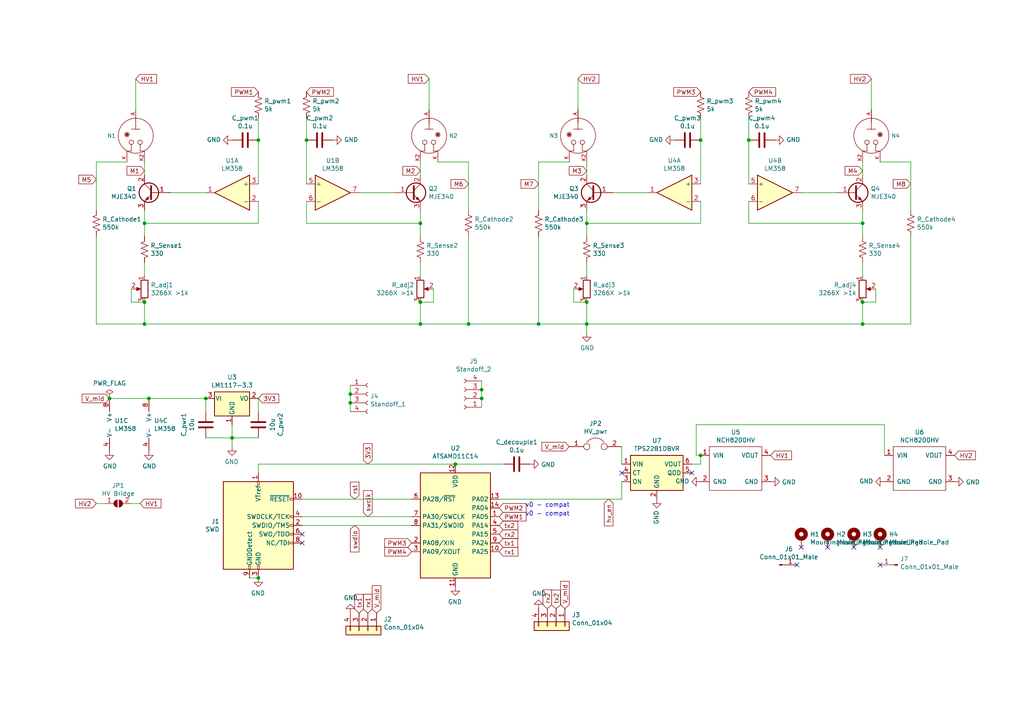
<source format=kicad_sch>
(kicad_sch (version 20211123) (generator eeschema)
  (paper "A4")
  (lib_symbols
    (symbol "Amplifier_Operational:LM358" (pin_names (offset 0.127))
      (property "Reference" "U" (at 0 5.08 0))
      (property "Value" "LM358" (at 0 -5.08 0))
      (symbol "LM358_1_1"
        (polyline (pts (xy -5.08 5.08) (xy 5.08 0) (xy -5.08 -5.08) (xy -5.08 5.08)) (stroke (width 0.254)) (fill (type background)))
        (pin output line (at 7.62 0 180) (length 2.54) (name "~") (number "1"))
        (pin input line (at -7.62 -2.54 0) (length 2.54) (name "-") (number "2"))
        (pin input line (at -7.62 2.54 0) (length 2.54) (name "+") (number "3"))
      )
      (symbol "LM358_2_1"
        (polyline (pts (xy -5.08 5.08) (xy 5.08 0) (xy -5.08 -5.08) (xy -5.08 5.08)) (stroke (width 0.254)) (fill (type background)))
        (pin input line (at -7.62 2.54 0) (length 2.54) (name "+") (number "5"))
        (pin input line (at -7.62 -2.54 0) (length 2.54) (name "-") (number "6"))
        (pin output line (at 7.62 0 180) (length 2.54) (name "~") (number "7"))
      )
      (symbol "LM358_3_1"
        (pin power_in line (at -2.54 -7.62 90) (length 3.81) (name "V-") (number "4"))
        (pin power_in line (at -2.54 7.62 270) (length 3.81) (name "V+") (number "8"))
      )
    )
    (symbol "Connector:Conn_01x01_Male" (pin_names (offset 1.016) hide)
      (property "Reference" "J" (at 0 2.54 0))
      (property "Value" "Conn_01x01_Male" (at 0 -2.54 0))
      (symbol "Conn_01x01_Male_1_1"
        (polyline (pts (xy 1.27 0) (xy 0.8636 0)) (stroke (width 0.1524)))
        (rectangle (start 0.8636 0.127) (end 0 -0.127) (stroke (width 0.1524)) (fill (type outline)))
        (pin passive line (at 5.08 0 180) (length 3.81) (name "Pin_1") (number "1"))
      )
    )
    (symbol "Connector:Conn_01x04_Female" (pin_names (offset 1.016) hide)
      (property "Reference" "J" (at 0 5.08 0))
      (property "Value" "Conn_01x04_Female" (at 0 -7.62 0))
      (symbol "Conn_01x04_Female_1_1"
        (arc (start 0 -4.572) (mid -0.508 -5.08) (end 0 -5.588) (stroke (width 0.1524)))
        (arc (start 0 -2.032) (mid -0.508 -2.54) (end 0 -3.048) (stroke (width 0.1524)))
        (polyline (pts (xy -1.27 -5.08) (xy -0.508 -5.08)) (stroke (width 0.1524)))
        (polyline (pts (xy -1.27 -2.54) (xy -0.508 -2.54)) (stroke (width 0.1524)))
        (polyline (pts (xy -1.27 0) (xy -0.508 0)) (stroke (width 0.1524)))
        (polyline (pts (xy -1.27 2.54) (xy -0.508 2.54)) (stroke (width 0.1524)))
        (arc (start 0 0.508) (mid -0.508 0) (end 0 -0.508) (stroke (width 0.1524)))
        (arc (start 0 3.048) (mid -0.508 2.54) (end 0 2.032) (stroke (width 0.1524)))
        (pin passive line (at -5.08 2.54 0) (length 3.81) (name "Pin_1") (number "1"))
        (pin passive line (at -5.08 0 0) (length 3.81) (name "Pin_2") (number "2"))
        (pin passive line (at -5.08 -2.54 0) (length 3.81) (name "Pin_3") (number "3"))
        (pin passive line (at -5.08 -5.08 0) (length 3.81) (name "Pin_4") (number "4"))
      )
    )
    (symbol "Connector:Conn_ARM_JTAG_SWD_10" (pin_names (offset 1.016))
      (property "Reference" "J" (at -2.54 16.51 0))
      (property "Value" "Conn_ARM_JTAG_SWD_10" (at -2.54 13.97 0))
      (symbol "Conn_ARM_JTAG_SWD_10_0_1"
        (rectangle (start -10.16 12.7) (end 10.16 -12.7) (stroke (width 0.254)) (fill (type background)))
        (rectangle (start -2.794 -12.7) (end -2.286 -11.684))
        (rectangle (start -0.254 -12.7) (end 0.254 -11.684))
        (rectangle (start -0.254 12.7) (end 0.254 11.684))
        (rectangle (start 9.144 2.286) (end 10.16 2.794))
        (rectangle (start 10.16 -2.794) (end 9.144 -2.286))
        (rectangle (start 10.16 -0.254) (end 9.144 0.254))
        (rectangle (start 10.16 7.874) (end 9.144 7.366))
      )
      (symbol "Conn_ARM_JTAG_SWD_10_1_1"
        (rectangle (start 9.144 -5.334) (end 10.16 -4.826))
        (pin power_in line (at 0 15.24 270) (length 2.54) (name "VTref") (number "1"))
        (pin open_collector line (at 12.7 7.62 180) (length 2.54) (name "~{RESET}") (number "10"))
        (pin bidirectional line (at 12.7 0 180) (length 2.54) (name "SWDIO/TMS") (number "2"))
        (pin power_in line (at 0 -15.24 90) (length 2.54) (name "GND") (number "3"))
        (pin output line (at 12.7 2.54 180) (length 2.54) (name "SWDCLK/TCK") (number "4"))
        (pin passive line (at 0 -15.24 90) (length 2.54) hide (name "GND") (number "5"))
        (pin input line (at 12.7 -2.54 180) (length 2.54) (name "SWO/TDO") (number "6"))
        (pin no_connect line (at -10.16 0 0) (length 2.54) hide (name "KEY") (number "7"))
        (pin output line (at 12.7 -5.08 180) (length 2.54) (name "NC/TDI") (number "8"))
        (pin passive line (at -2.54 -15.24 90) (length 2.54) (name "GNDDetect") (number "9"))
      )
    )
    (symbol "Connector_Generic:Conn_01x04" (pin_names (offset 1.016) hide)
      (property "Reference" "J" (at 0 5.08 0))
      (property "Value" "Conn_01x04" (at 0 -7.62 0))
      (symbol "Conn_01x04_1_1"
        (rectangle (start -1.27 -4.953) (end 0 -5.207) (stroke (width 0.1524)))
        (rectangle (start -1.27 -2.413) (end 0 -2.667) (stroke (width 0.1524)))
        (rectangle (start -1.27 0.127) (end 0 -0.127) (stroke (width 0.1524)))
        (rectangle (start -1.27 2.667) (end 0 2.413) (stroke (width 0.1524)))
        (rectangle (start -1.27 3.81) (end 1.27 -6.35) (stroke (width 0.254)) (fill (type background)))
        (pin passive line (at -5.08 2.54 0) (length 3.81) (name "Pin_1") (number "1"))
        (pin passive line (at -5.08 0 0) (length 3.81) (name "Pin_2") (number "2"))
        (pin passive line (at -5.08 -2.54 0) (length 3.81) (name "Pin_3") (number "3"))
        (pin passive line (at -5.08 -5.08 0) (length 3.81) (name "Pin_4") (number "4"))
      )
    )
    (symbol "Device:C" (pin_numbers hide) (pin_names (offset 0.254))
      (property "Reference" "C" (at 0.635 2.54 0))
      (property "Value" "C" (at 0.635 -2.54 0))
      (symbol "C_0_1"
        (polyline (pts (xy -2.032 -0.762) (xy 2.032 -0.762)) (stroke (width 0.508)))
        (polyline (pts (xy -2.032 0.762) (xy 2.032 0.762)) (stroke (width 0.508)))
      )
      (symbol "C_1_1"
        (pin passive line (at 0 3.81 270) (length 2.794) (name "~") (number "1"))
        (pin passive line (at 0 -3.81 90) (length 2.794) (name "~") (number "2"))
      )
    )
    (symbol "Device:Jumper" (pin_names (offset 0.762) hide)
      (property "Reference" "JP" (at 0 3.81 0))
      (property "Value" "Device_Jumper" (at 0 -2.032 0))
      (symbol "Jumper_0_1"
        (circle (center -2.54 0) (radius 0.889))
        (arc (start 2.5146 1.27) (mid 0.0078 2.5097) (end -2.4892 1.27))
        (circle (center 2.54 0) (radius 0.889))
        (pin passive line (at -7.62 0 0) (length 4.191) (name "1") (number "1"))
        (pin passive line (at 7.62 0 180) (length 4.191) (name "2") (number "2"))
      )
    )
    (symbol "Device:R_POT" (pin_names (offset 1.016) hide)
      (property "Reference" "RV" (at -4.445 0 90))
      (property "Value" "Device_R_POT" (at -2.54 0 90))
      (symbol "R_POT_0_1"
        (polyline (pts (xy 2.54 0) (xy 1.524 0)))
        (polyline (pts (xy 1.143 0) (xy 2.286 0.508) (xy 2.286 -0.508) (xy 1.143 0)) (fill (type outline)))
        (rectangle (start 1.016 2.54) (end -1.016 -2.54) (stroke (width 0.254)))
      )
      (symbol "R_POT_1_1"
        (pin passive line (at 0 3.81 270) (length 1.27) (name "1") (number "1"))
        (pin passive line (at 3.81 0 180) (length 1.27) (name "2") (number "2"))
        (pin passive line (at 0 -3.81 90) (length 1.27) (name "3") (number "3"))
      )
    )
    (symbol "Device:R_US" (pin_numbers hide) (pin_names (offset 0))
      (property "Reference" "R" (at 2.54 0 90))
      (property "Value" "R_US" (at -2.54 0 90))
      (symbol "R_US_0_1"
        (polyline (pts (xy 0 -2.286) (xy 0 -2.54)))
        (polyline (pts (xy 0 2.286) (xy 0 2.54)))
        (polyline (pts (xy 0 -0.762) (xy 1.016 -1.143) (xy 0 -1.524) (xy -1.016 -1.905) (xy 0 -2.286)))
        (polyline (pts (xy 0 0.762) (xy 1.016 0.381) (xy 0 0) (xy -1.016 -0.381) (xy 0 -0.762)))
        (polyline (pts (xy 0 2.286) (xy 1.016 1.905) (xy 0 1.524) (xy -1.016 1.143) (xy 0 0.762)))
      )
      (symbol "R_US_1_1"
        (pin passive line (at 0 3.81 270) (length 1.27) (name "~") (number "1"))
        (pin passive line (at 0 -3.81 90) (length 1.27) (name "~") (number "2"))
      )
    )
    (symbol "Jumper:SolderJumper_2_Open" (pin_names (offset 0) hide)
      (property "Reference" "JP" (at 0 2.032 0))
      (property "Value" "SolderJumper_2_Open" (at 0 -2.54 0))
      (symbol "SolderJumper_2_Open_0_1"
        (arc (start -0.254 1.016) (mid -1.27 0) (end -0.254 -1.016))
        (arc (start -0.254 1.016) (mid -1.27 0) (end -0.254 -1.016) (fill (type outline)))
        (polyline (pts (xy -0.254 1.016) (xy -0.254 -1.016)))
        (polyline (pts (xy 0.254 1.016) (xy 0.254 -1.016)))
        (arc (start 0.254 -1.016) (mid 1.27 0) (end 0.254 1.016))
        (arc (start 0.254 -1.016) (mid 1.27 0) (end 0.254 1.016) (fill (type outline)))
      )
      (symbol "SolderJumper_2_Open_1_1"
        (pin passive line (at -3.81 0 0) (length 2.54) (name "A") (number "1"))
        (pin passive line (at 3.81 0 180) (length 2.54) (name "B") (number "2"))
      )
    )
    (symbol "MCU_Microchip_SAMD:ATSAMD11C14A-SS"
      (property "Reference" "U" (at -10.16 16.51 0))
      (property "Value" "ATSAMD11C14A-SS" (at 1.27 16.51 0))
      (symbol "ATSAMD11C14A-SS_0_1"
        (rectangle (start -10.16 15.24) (end 10.16 -15.24) (stroke (width 0.254)) (fill (type background)))
      )
      (symbol "ATSAMD11C14A-SS_1_1"
        (pin bidirectional line (at 12.7 2.54 180) (length 2.54) (name "PA05") (number "1"))
        (pin bidirectional line (at 12.7 -7.62 180) (length 2.54) (name "PA25") (number "10"))
        (pin power_in line (at 0 -17.78 90) (length 2.54) (name "GND") (number "11"))
        (pin power_in line (at 0 17.78 270) (length 2.54) (name "VDD") (number "12"))
        (pin bidirectional line (at 12.7 7.62 180) (length 2.54) (name "PA02") (number "13"))
        (pin bidirectional line (at 12.7 5.08 180) (length 2.54) (name "PA04") (number "14"))
        (pin bidirectional line (at -12.7 -5.08 0) (length 2.54) (name "PA08/XIN") (number "2"))
        (pin bidirectional line (at -12.7 -7.62 0) (length 2.54) (name "PA09/XOUT") (number "3"))
        (pin bidirectional line (at 12.7 0 180) (length 2.54) (name "PA14") (number "4"))
        (pin bidirectional line (at 12.7 -2.54 180) (length 2.54) (name "PA15") (number "5"))
        (pin bidirectional line (at -12.7 7.62 0) (length 2.54) (name "PA28/~{RST}") (number "6"))
        (pin bidirectional line (at -12.7 2.54 0) (length 2.54) (name "PA30/SWCLK") (number "7"))
        (pin bidirectional line (at -12.7 0 0) (length 2.54) (name "PA31/SWDIO") (number "8"))
        (pin bidirectional line (at 12.7 -5.08 180) (length 2.54) (name "PA24") (number "9"))
      )
    )
    (symbol "Mechanical:MountingHole_Pad" (pin_numbers hide) (pin_names (offset 1.016) hide)
      (property "Reference" "H" (at 0 6.35 0))
      (property "Value" "MountingHole_Pad" (at 0 4.445 0))
      (symbol "MountingHole_Pad_0_1"
        (circle (center 0 1.27) (radius 1.27) (stroke (width 1.27)))
      )
      (symbol "MountingHole_Pad_1_1"
        (pin input line (at 0 -2.54 90) (length 2.54) (name "1") (number "1"))
      )
    )
    (symbol "Power_Management:TPS22917DBV"
      (property "Reference" "U" (at -6.35 6.35 0))
      (property "Value" "TPS22917DBV" (at 2.54 6.35 0))
      (symbol "TPS22917DBV_0_1"
        (rectangle (start -7.62 5.08) (end 7.62 -5.08) (stroke (width 0.254)) (fill (type background)))
      )
      (symbol "TPS22917DBV_1_1"
        (pin power_in line (at -10.16 2.54 0) (length 2.54) (name "VIN") (number "1"))
        (pin power_in line (at 0 -7.62 90) (length 2.54) (name "GND") (number "2"))
        (pin input line (at -10.16 -2.54 0) (length 2.54) (name "ON") (number "3"))
        (pin output line (at -10.16 0 0) (length 2.54) (name "CT") (number "4"))
        (pin open_collector line (at 10.16 0 180) (length 2.54) (name "QOD") (number "5"))
        (pin power_out line (at 10.16 2.54 180) (length 2.54) (name "VOUT") (number "6"))
      )
    )
    (symbol "Regulator_Linear:LM1117-3.3" (pin_names (offset 0.254))
      (property "Reference" "U" (at -3.81 3.175 0))
      (property "Value" "LM1117-3.3" (at 0 3.175 0))
      (symbol "LM1117-3.3_0_1"
        (rectangle (start -5.08 -5.08) (end 5.08 1.905) (stroke (width 0.254)) (fill (type background)))
      )
      (symbol "LM1117-3.3_1_1"
        (pin power_in line (at 0 -7.62 90) (length 2.54) (name "GND") (number "1"))
        (pin power_out line (at 7.62 0 180) (length 2.54) (name "VO") (number "2"))
        (pin power_in line (at -7.62 0 0) (length 2.54) (name "VI") (number "3"))
      )
    )
    (symbol "Transistor_BJT:MJE13003" (pin_names (offset 0) hide)
      (property "Reference" "Q" (at 5.08 1.905 0))
      (property "Value" "MJE13003" (at 5.08 0 0))
      (symbol "MJE13003_0_1"
        (polyline (pts (xy 0 0) (xy 0.635 0)))
        (polyline (pts (xy 2.54 -2.54) (xy 0.635 -0.635)))
        (polyline (pts (xy 2.54 2.54) (xy 0.635 0.635)))
        (polyline (pts (xy 0.635 1.905) (xy 0.635 -1.905) (xy 0.635 -1.905)) (stroke (width 0.508)) (fill (type outline)))
        (polyline (pts (xy 1.2446 -1.778) (xy 1.7526 -1.27) (xy 2.286 -2.286) (xy 1.2446 -1.778) (xy 1.2446 -1.778)) (fill (type outline)))
        (circle (center 1.27 0) (radius 2.8194) (stroke (width 0.3048)))
      )
      (symbol "MJE13003_1_1"
        (pin input line (at -5.08 0 0) (length 5.08) (name "B") (number "1"))
        (pin passive line (at 2.54 5.08 270) (length 2.54) (name "C") (number "2"))
        (pin passive line (at 2.54 -5.08 90) (length 2.54) (name "E") (number "3"))
      )
    )
    (symbol "nixies-us:IN-13" (pin_names (offset 1.016) hide)
      (property "Reference" "N" (at -3.81 6.35 0))
      (symbol "IN-13_1_0"
        (polyline (pts (xy -7.62 0) (xy -5.08 0)))
        (polyline (pts (xy -5.08 0) (xy -1.905 0)))
        (polyline (pts (xy -3.81 0) (xy -5.08 0)))
        (polyline (pts (xy -1.905 0) (xy -1.905 -1.27)))
        (polyline (pts (xy -1.905 0) (xy -1.905 1.27)))
        (polyline (pts (xy -0.3302 2.5146) (xy -0.2794 2.5146)))
        (polyline (pts (xy 4.445 -1.27) (xy 2.54 -1.27)))
        (polyline (pts (xy 4.445 -1.27) (xy 4.445 -2.54)))
        (polyline (pts (xy 4.445 1.27) (xy 2.54 1.27)))
        (polyline (pts (xy 4.445 1.27) (xy 4.445 2.54)))
        (polyline (pts (xy 5.08 -2.54) (xy 4.445 -2.54)))
        (polyline (pts (xy 5.08 2.54) (xy 4.445 2.54)))
      )
      (symbol "IN-13_1_1"
        (arc (start -0.381 2.5654) (mid -0.3661 2.5295) (end -0.3302 2.5146))
        (circle (center -0.3302 2.54) (radius 0.0762) (fill (type outline)))
        (circle (center -0.3302 2.54) (radius 0.2032) (fill (type outline)))
        (circle (center -0.3302 2.54) (radius 0.254))
        (circle (center -0.3302 2.54) (radius 0.3556))
        (circle (center -0.3302 2.54) (radius 0.635))
        (circle (center 0 0) (radius 5.08))
        (circle (center 1.905 -1.27) (radius 0.635))
        (circle (center 1.905 1.27) (radius 0.635))
        (pin bidirectional line (at -7.62 0 0) (length 2.54) (name "A") (number "A"))
        (pin bidirectional line (at 7.62 2.54 180) (length 2.54) (name "K") (number "K"))
        (pin bidirectional line (at 7.62 -2.54 180) (length 2.54) (name "K2") (number "K2"))
      )
    )
    (symbol "power:GND" (power) (pin_names (offset 0))
      (property "Value" "GND" (at 0 -3.81 0))
      (symbol "GND_0_1"
        (polyline (pts (xy 0 0) (xy 0 -1.27) (xy 1.27 -1.27) (xy 0 -2.54) (xy -1.27 -1.27) (xy 0 -1.27)))
      )
      (symbol "GND_1_1"
        (pin power_in line (at 0 0 270) (length 0) hide (name "GND") (number "1"))
      )
    )
    (symbol "power:PWR_FLAG" (power) (pin_numbers hide) (pin_names (offset 0) hide)
      (property "Value" "PWR_FLAG" (at 0 3.81 0))
      (symbol "PWR_FLAG_0_0"
        (pin power_out line (at 0 0 90) (length 0) (name "pwr") (number "1"))
      )
      (symbol "PWR_FLAG_0_1"
        (polyline (pts (xy 0 0) (xy 0 1.27) (xy -1.016 1.905) (xy 0 2.54) (xy 1.016 1.905) (xy 0 1.27)))
      )
    )
    (symbol "vumeter:NCH8200HV" (pin_names (offset 1.016))
      (property "Reference" "U" (at 0 0 0))
      (property "Value" "vumeter_NCH8200HV" (at 0 -2.54 0))
      (symbol "NCH8200HV_0_1"
        (rectangle (start -7.62 -5.08) (end 7.62 -17.78))
      )
      (symbol "NCH8200HV_1_1"
        (pin power_in line (at -10.16 -7.62 0) (length 2.54) (name "VIN") (number "1"))
        (pin power_in line (at -10.16 -15.24 0) (length 2.54) (name "GND") (number "2"))
        (pin power_in line (at 10.16 -15.24 180) (length 2.54) (name "GND") (number "3"))
        (pin power_out line (at 10.16 -7.62 180) (length 2.54) (name "VOUT") (number "4"))
      )
    )
  )
  (junction (at 135.89 93.98))
  (junction (at 203.2 40.64))
  (junction (at 250.19 87.63))
  (junction (at 41.91 93.98))
  (junction (at 170.18 93.98))
  (junction (at 139.7 113.03))
  (junction (at 74.93 167.64))
  (junction (at 59.69 115.57))
  (junction (at 101.6 116.84))
  (junction (at 88.9 40.64))
  (junction (at 250.19 93.98))
  (junction (at 121.92 93.98))
  (junction (at 101.6 114.3))
  (junction (at 121.92 87.63))
  (junction (at 31.75 115.57))
  (junction (at 43.18 115.57))
  (junction (at 156.21 93.98))
  (junction (at 250.19 64.77))
  (junction (at 67.31 127))
  (junction (at 121.92 64.77))
  (junction (at 139.7 115.57))
  (junction (at 41.91 64.77))
  (junction (at 170.18 64.77))
  (junction (at 132.08 134.62))
  (junction (at 41.91 87.63))
  (junction (at 170.18 87.63))
  (junction (at 217.17 40.64))
  (junction (at 74.93 40.64))
  (junction (at 203.2 132.08))
  (no_connect (at 247.65 158.75))
  (no_connect (at 232.41 158.75))
  (no_connect (at 255.27 158.75))
  (no_connect (at 87.63 154.94))
  (no_connect (at 240.03 158.75))
  (no_connect (at 180.34 137.16))
  (no_connect (at 200.66 137.16))
  (no_connect (at 255.27 163.83))
  (no_connect (at 87.63 157.48))
  (no_connect (at 231.14 163.83))
  (wire (pts (xy 87.63 149.86) (xy 119.38 149.86)))
  (wire (pts (xy 74.93 127) (xy 67.31 127)))
  (wire (pts (xy 88.9 40.64) (xy 88.9 53.34)))
  (wire (pts (xy 170.18 93.98) (xy 170.18 87.63)))
  (wire (pts (xy 88.9 64.77) (xy 88.9 58.42)))
  (wire (pts (xy 27.94 46.99) (xy 27.94 60.96)))
  (wire (pts (xy 101.6 116.84) (xy 101.6 119.38)))
  (wire (pts (xy 74.93 64.77) (xy 74.93 58.42)))
  (wire (pts (xy 255.27 46.99) (xy 264.16 46.99)))
  (wire (pts (xy 144.78 144.78) (xy 180.34 144.78)))
  (wire (pts (xy 31.75 115.57) (xy 43.18 115.57)))
  (wire (pts (xy 38.1 83.82) (xy 38.1 87.63)))
  (wire (pts (xy 38.1 87.63) (xy 41.91 87.63)))
  (wire (pts (xy 170.18 60.96) (xy 170.18 64.77)))
  (wire (pts (xy 201.93 123.19) (xy 256.54 123.19)))
  (wire (pts (xy 39.37 22.86) (xy 39.37 31.75)))
  (wire (pts (xy 59.69 119.38) (xy 59.69 115.57)))
  (wire (pts (xy 146.05 134.62) (xy 132.08 134.62)))
  (wire (pts (xy 139.7 113.03) (xy 139.7 115.57)))
  (wire (pts (xy 250.19 46.99) (xy 250.19 50.8)))
  (wire (pts (xy 135.89 46.99) (xy 135.89 60.96)))
  (wire (pts (xy 127 46.99) (xy 135.89 46.99)))
  (wire (pts (xy 254 87.63) (xy 250.19 87.63)))
  (wire (pts (xy 74.93 119.38) (xy 74.93 115.57)))
  (wire (pts (xy 27.94 68.58) (xy 27.94 93.98)))
  (wire (pts (xy 135.89 93.98) (xy 156.21 93.98)))
  (wire (pts (xy 121.92 64.77) (xy 88.9 64.77)))
  (wire (pts (xy 101.6 111.76) (xy 101.6 114.3)))
  (wire (pts (xy 67.31 123.19) (xy 67.31 127)))
  (wire (pts (xy 41.91 76.2) (xy 41.91 80.01)))
  (wire (pts (xy 41.91 60.96) (xy 41.91 64.77)))
  (wire (pts (xy 124.46 22.86) (xy 124.46 31.75)))
  (wire (pts (xy 170.18 93.98) (xy 250.19 93.98)))
  (wire (pts (xy 30.48 146.05) (xy 27.94 146.05)))
  (wire (pts (xy 256.54 123.19) (xy 256.54 132.08)))
  (wire (pts (xy 167.64 22.86) (xy 167.64 31.75)))
  (wire (pts (xy 250.19 60.96) (xy 250.19 64.77)))
  (wire (pts (xy 101.6 114.3) (xy 101.6 116.84)))
  (wire (pts (xy 180.34 129.54) (xy 180.34 134.62)))
  (wire (pts (xy 170.18 46.99) (xy 170.18 50.8)))
  (wire (pts (xy 201.93 132.08) (xy 201.93 123.19)))
  (wire (pts (xy 41.91 64.77) (xy 41.91 68.58)))
  (wire (pts (xy 41.91 93.98) (xy 121.92 93.98)))
  (wire (pts (xy 121.92 64.77) (xy 121.92 68.58)))
  (wire (pts (xy 156.21 93.98) (xy 170.18 93.98)))
  (wire (pts (xy 250.19 64.77) (xy 217.17 64.77)))
  (wire (pts (xy 203.2 134.62) (xy 203.2 132.08)))
  (wire (pts (xy 43.18 115.57) (xy 59.69 115.57)))
  (wire (pts (xy 203.2 64.77) (xy 203.2 58.42)))
  (wire (pts (xy 250.19 93.98) (xy 250.19 87.63)))
  (wire (pts (xy 170.18 93.98) (xy 170.18 96.52)))
  (wire (pts (xy 59.69 55.88) (xy 49.53 55.88)))
  (wire (pts (xy 87.63 152.4) (xy 119.38 152.4)))
  (wire (pts (xy 187.96 55.88) (xy 177.8 55.88)))
  (wire (pts (xy 121.92 76.2) (xy 121.92 80.01)))
  (wire (pts (xy 139.7 115.57) (xy 139.7 118.11)))
  (wire (pts (xy 41.91 64.77) (xy 74.93 64.77)))
  (wire (pts (xy 156.21 46.99) (xy 156.21 60.96)))
  (wire (pts (xy 254 83.82) (xy 254 87.63)))
  (wire (pts (xy 180.34 144.78) (xy 180.34 139.7)))
  (wire (pts (xy 59.69 127) (xy 67.31 127)))
  (wire (pts (xy 88.9 34.29) (xy 88.9 40.64)))
  (wire (pts (xy 250.19 76.2) (xy 250.19 80.01)))
  (wire (pts (xy 217.17 34.29) (xy 217.17 40.64)))
  (wire (pts (xy 217.17 40.64) (xy 217.17 53.34)))
  (wire (pts (xy 217.17 64.77) (xy 217.17 58.42)))
  (wire (pts (xy 170.18 64.77) (xy 203.2 64.77)))
  (wire (pts (xy 104.14 55.88) (xy 114.3 55.88)))
  (wire (pts (xy 74.93 134.62) (xy 132.08 134.62)))
  (wire (pts (xy 41.91 93.98) (xy 41.91 87.63)))
  (wire (pts (xy 264.16 46.99) (xy 264.16 60.96)))
  (wire (pts (xy 166.37 87.63) (xy 170.18 87.63)))
  (wire (pts (xy 67.31 127) (xy 67.31 129.54)))
  (wire (pts (xy 203.2 40.64) (xy 203.2 53.34)))
  (wire (pts (xy 74.93 137.16) (xy 74.93 134.62)))
  (wire (pts (xy 170.18 76.2) (xy 170.18 80.01)))
  (wire (pts (xy 135.89 93.98) (xy 121.92 93.98)))
  (wire (pts (xy 139.7 110.49) (xy 139.7 113.03)))
  (wire (pts (xy 87.63 144.78) (xy 119.38 144.78)))
  (wire (pts (xy 166.37 83.82) (xy 166.37 87.63)))
  (wire (pts (xy 121.92 60.96) (xy 121.92 64.77)))
  (wire (pts (xy 125.73 87.63) (xy 121.92 87.63)))
  (wire (pts (xy 74.93 34.29) (xy 74.93 40.64)))
  (wire (pts (xy 264.16 68.58) (xy 264.16 93.98)))
  (wire (pts (xy 135.89 68.58) (xy 135.89 93.98)))
  (wire (pts (xy 170.18 64.77) (xy 170.18 68.58)))
  (wire (pts (xy 203.2 134.62) (xy 200.66 134.62)))
  (wire (pts (xy 38.1 146.05) (xy 40.64 146.05)))
  (wire (pts (xy 72.39 167.64) (xy 74.93 167.64)))
  (wire (pts (xy 121.92 46.99) (xy 121.92 50.8)))
  (wire (pts (xy 41.91 46.99) (xy 41.91 50.8)))
  (wire (pts (xy 252.73 22.86) (xy 252.73 31.75)))
  (wire (pts (xy 165.1 46.99) (xy 156.21 46.99)))
  (wire (pts (xy 250.19 64.77) (xy 250.19 68.58)))
  (wire (pts (xy 74.93 40.64) (xy 74.93 53.34)))
  (wire (pts (xy 125.73 83.82) (xy 125.73 87.63)))
  (wire (pts (xy 27.94 93.98) (xy 41.91 93.98)))
  (wire (pts (xy 232.41 55.88) (xy 242.57 55.88)))
  (wire (pts (xy 121.92 93.98) (xy 121.92 87.63)))
  (wire (pts (xy 201.93 132.08) (xy 203.2 132.08)))
  (wire (pts (xy 36.83 46.99) (xy 27.94 46.99)))
  (wire (pts (xy 264.16 93.98) (xy 250.19 93.98)))
  (wire (pts (xy 203.2 34.29) (xy 203.2 40.64)))
  (wire (pts (xy 156.21 68.58) (xy 156.21 93.98)))
  (text "v0 - compat" (at 152.4 149.86 0) (effects (font (size 1.27 1.27)) (justify left bottom)))
  (text "v0 - compat" (at 152.4 147.32 0) (effects (font (size 1.27 1.27)) (justify left bottom)))
  (global_label "M6" (shape input) (at 135.89 53.34 180) (property "Intersheet References" "${INTERSHEET_REFS}" (effects hide)))
  (global_label "M3" (shape input) (at 170.18 49.53 180) (property "Intersheet References" "${INTERSHEET_REFS}" (effects hide)))
  (global_label "M1" (shape input) (at 41.91 49.53 180) (property "Intersheet References" "${INTERSHEET_REFS}" (effects hide)))
  (global_label "3V3" (shape input) (at 106.68 134.62 90) (property "Intersheet References" "${INTERSHEET_REFS}" (effects hide)))
  (global_label "tx2" (shape input) (at 161.29 176.53 90) (property "Intersheet References" "${INTERSHEET_REFS}" (effects hide)))
  (global_label "V_mid" (shape input) (at 31.75 115.57 180) (property "Intersheet References" "${INTERSHEET_REFS}" (effects hide)))
  (global_label "PWM3" (shape input) (at 203.2 26.67 180) (property "Intersheet References" "${INTERSHEET_REFS}" (effects hide)))
  (global_label "rx1" (shape input) (at 106.68 177.8 90) (property "Intersheet References" "${INTERSHEET_REFS}" (effects hide)))
  (global_label "swclk" (shape input) (at 106.68 149.86 90) (property "Intersheet References" "${INTERSHEET_REFS}" (effects hide)))
  (global_label "HV2" (shape input) (at 27.94 146.05 180) (property "Intersheet References" "${INTERSHEET_REFS}" (effects hide)))
  (global_label "tx2" (shape input) (at 144.78 152.4 0) (property "Intersheet References" "${INTERSHEET_REFS}" (effects hide)))
  (global_label "V_mid" (shape input) (at 109.22 177.8 90) (property "Intersheet References" "${INTERSHEET_REFS}" (effects hide)))
  (global_label "HV1" (shape input) (at 39.37 22.86 0) (property "Intersheet References" "${INTERSHEET_REFS}" (effects hide)))
  (global_label "rx2" (shape input) (at 144.78 154.94 0) (property "Intersheet References" "${INTERSHEET_REFS}" (effects hide)))
  (global_label "rx2" (shape input) (at 158.75 176.53 90) (property "Intersheet References" "${INTERSHEET_REFS}" (effects hide)))
  (global_label "tx1" (shape input) (at 144.78 157.48 0) (property "Intersheet References" "${INTERSHEET_REFS}" (effects hide)))
  (global_label "V_mid" (shape input) (at 163.83 176.53 90) (property "Intersheet References" "${INTERSHEET_REFS}" (effects hide)))
  (global_label "rx1" (shape input) (at 144.78 160.02 0) (property "Intersheet References" "${INTERSHEET_REFS}" (effects hide)))
  (global_label "M8" (shape input) (at 264.16 53.34 180) (property "Intersheet References" "${INTERSHEET_REFS}" (effects hide)))
  (global_label "HV2" (shape input) (at 167.64 22.86 0) (property "Intersheet References" "${INTERSHEET_REFS}" (effects hide)))
  (global_label "tx1" (shape input) (at 104.14 177.8 90) (property "Intersheet References" "${INTERSHEET_REFS}" (effects hide)))
  (global_label "M2" (shape input) (at 121.92 49.53 180) (property "Intersheet References" "${INTERSHEET_REFS}" (effects hide)))
  (global_label "HV2" (shape input) (at 276.86 132.08 0) (property "Intersheet References" "${INTERSHEET_REFS}" (effects hide)))
  (global_label "PWM2" (shape input) (at 144.78 147.32 0) (property "Intersheet References" "${INTERSHEET_REFS}" (effects hide)))
  (global_label "rst" (shape input) (at 102.87 144.78 90) (property "Intersheet References" "${INTERSHEET_REFS}" (effects hide)))
  (global_label "PWM4" (shape input) (at 119.38 160.02 180) (property "Intersheet References" "${INTERSHEET_REFS}" (effects hide)))
  (global_label "HV1" (shape input) (at 223.52 132.08 0) (property "Intersheet References" "${INTERSHEET_REFS}" (effects hide)))
  (global_label "PWM1" (shape input) (at 144.78 149.86 0) (property "Intersheet References" "${INTERSHEET_REFS}" (effects hide)))
  (global_label "HV2" (shape input) (at 252.73 22.86 180) (property "Intersheet References" "${INTERSHEET_REFS}" (effects hide)))
  (global_label "PWM3" (shape input) (at 119.38 157.48 180) (property "Intersheet References" "${INTERSHEET_REFS}" (effects hide)))
  (global_label "HV1" (shape input) (at 124.46 22.86 180) (property "Intersheet References" "${INTERSHEET_REFS}" (effects hide)))
  (global_label "swdio" (shape input) (at 102.87 152.4 270) (property "Intersheet References" "${INTERSHEET_REFS}" (effects hide)))
  (global_label "hv_en" (shape input) (at 176.53 144.78 270) (property "Intersheet References" "${INTERSHEET_REFS}" (effects hide)))
  (global_label "M5" (shape input) (at 27.94 52.07 180) (property "Intersheet References" "${INTERSHEET_REFS}" (effects hide)))
  (global_label "PWM4" (shape input) (at 217.17 26.67 0) (property "Intersheet References" "${INTERSHEET_REFS}" (effects hide)))
  (global_label "V_mid" (shape input) (at 165.1 129.54 180) (property "Intersheet References" "${INTERSHEET_REFS}" (effects hide)))
  (global_label "PWM1" (shape input) (at 74.93 26.67 180) (property "Intersheet References" "${INTERSHEET_REFS}" (effects hide)))
  (global_label "HV1" (shape input) (at 40.64 146.05 0) (property "Intersheet References" "${INTERSHEET_REFS}" (effects hide)))
  (global_label "3V3" (shape input) (at 74.93 115.57 0) (property "Intersheet References" "${INTERSHEET_REFS}" (effects hide)))
  (global_label "M4" (shape input) (at 250.19 49.53 180) (property "Intersheet References" "${INTERSHEET_REFS}" (effects hide)))
  (global_label "PWM2" (shape input) (at 88.9 26.67 0) (property "Intersheet References" "${INTERSHEET_REFS}" (effects hide)))
  (global_label "M7" (shape input) (at 156.21 53.34 180) (property "Intersheet References" "${INTERSHEET_REFS}" (effects hide)))
  (symbol (lib_id "Amplifier_Operational:LM358") (at 96.52 55.88 0) (unit 2)
    (property "Reference" "U1" (at 96.52 46.5582 0))
    (property "Value" "LM358" (at 96.52 48.8696 0))
    (property "Footprint" "Package_SO:SOIC-8_3.9x4.9mm_P1.27mm" (effects hide))
    (property "Datasheet" "http://www.ti.com/lit/ds/symlink/lm2904-n.pdf" (effects hide))
  )
  (symbol (lib_id "Amplifier_Operational:LM358") (at 45.72 123.19 0) (unit 3)
    (property "Reference" "U4" (at 44.6532 122.0216 0) (effects (justify left)))
    (property "Value" "LM358" (at 44.6532 124.333 0) (effects (justify left)))
    (property "Footprint" "Package_SO:SOIC-8_3.9x4.9mm_P1.27mm" (effects hide))
    (property "Datasheet" "http://www.ti.com/lit/ds/symlink/lm2904-n.pdf" (effects hide))
  )
  (symbol (lib_id "vumeter:NCH8200HV") (at 213.36 124.46 0) (unit 1)
    (property "Reference" "U5" (at 213.36 125.349 0))
    (property "Value" "NCH8200HV" (at 213.36 127.6604 0))
    (property "Footprint" "vumeter:NCH8200HV" (effects hide))
  )
  (symbol (lib_id "vumeter:NCH8200HV") (at 266.7 124.46 0) (unit 1)
    (property "Reference" "U6" (at 266.7 125.349 0))
    (property "Value" "NCH8200HV" (at 266.7 127.6604 0))
    (property "Footprint" "vumeter:NCH8200HV" (effects hide))
  )
  (symbol (lib_id "power:GND") (at 223.52 139.7 90) (mirror x) (unit 1)
    (property "Reference" "#PWR018" (effects hide))
    (property "Value" "GND" (at 226.7712 139.827 90) (effects (justify right)))
  )
  (symbol (lib_id "power:GND") (at 276.86 139.7 90) (mirror x) (unit 1)
    (property "Reference" "#PWR020" (effects hide))
    (property "Value" "GND" (at 280.1112 139.827 90) (effects (justify right)))
  )
  (symbol (lib_id "power:GND") (at 256.54 139.7 270) (mirror x) (unit 1)
    (property "Reference" "#PWR019" (effects hide))
    (property "Value" "GND" (at 253.2888 139.573 90) (effects (justify right)))
  )
  (symbol (lib_id "power:GND") (at 203.2 139.7 270) (mirror x) (unit 1)
    (property "Reference" "#PWR017" (effects hide))
    (property "Value" "GND" (at 199.9488 139.573 90) (effects (justify right)))
  )
  (symbol (lib_id "power:GND") (at 43.18 130.81 0) (unit 1)
    (property "Reference" "#PWR014" (effects hide))
    (property "Value" "GND" (at 43.307 135.2042 0))
  )
  (symbol (lib_id "Amplifier_Operational:LM358") (at 34.29 123.19 0) (unit 3)
    (property "Reference" "U1" (at 33.2232 122.0216 0) (effects (justify left)))
    (property "Value" "LM358" (at 33.2232 124.333 0) (effects (justify left)))
    (property "Footprint" "Package_SO:SOIC-8_3.9x4.9mm_P1.27mm" (effects hide))
    (property "Datasheet" "http://www.ti.com/lit/ds/symlink/lm2904-n.pdf" (effects hide))
  )
  (symbol (lib_id "Transistor_BJT:MJE13003") (at 119.38 55.88 0) (unit 1)
    (property "Reference" "Q2" (at 124.2568 54.7116 0) (effects (justify left)))
    (property "Value" "MJE340" (at 124.2568 57.023 0) (effects (justify left)))
    (property "Footprint" "vumeter:TO-126-3_Vertical-HV" (effects hide))
    (property "Datasheet" "http://www.onsemi.com/pub_link/Collateral/MJE13003-D.PDF" (effects hide))
  )
  (symbol (lib_id "power:PWR_FLAG") (at 31.75 115.57 0) (unit 1)
    (property "Reference" "#FLG0101" (effects hide))
    (property "Value" "PWR_FLAG" (at 31.75 111.1758 0))
  )
  (symbol (lib_id "Device:Jumper") (at 172.72 129.54 0) (unit 1)
    (property "Reference" "JP2" (at 172.72 122.8344 0))
    (property "Value" "HV_pwr" (at 172.72 125.1458 0))
    (property "Footprint" "Connector_PinHeader_2.54mm:PinHeader_1x02_P2.54mm_Vertical" (effects hide))
    (property "Datasheet" "68000-102HLF, STC02SYAN" (effects hide))
  )
  (symbol (lib_id "Device:R_US") (at 121.92 72.39 0) (unit 1)
    (property "Reference" "R_Sense2" (at 123.6472 71.2216 0) (effects (justify left)))
    (property "Value" "330" (at 123.6472 73.533 0) (effects (justify left)))
    (property "Footprint" "Resistor_SMD:R_1206_3216Metric" (effects hide))
    (property "Datasheet" "RMCF1206JT330R" (effects hide))
  )
  (symbol (lib_id "nixies-us:IN-13") (at 124.46 39.37 270) (unit 1)
    (property "Reference" "N2" (at 130.2512 39.37 90) (effects (font (size 1.143 1.143)) (justify left)))
    (property "Value" "IN-13" (effects hide))
    (property "Footprint" "vumeter:fixed-IN-13-footprint-wide-sockets" (effects hide))
  )
  (symbol (lib_id "Device:R_POT") (at 121.92 83.82 0) (unit 1)
    (property "Reference" "R_adj2" (at 120.142 82.6516 0) (effects (justify right)))
    (property "Value" "3266X >1k" (at 120.142 84.963 0) (effects (justify right)))
    (property "Footprint" "Potentiometer_THT:Potentiometer_Bourns_3266X_Horizontal" (effects hide))
  )
  (symbol (lib_id "Device:R_US") (at 135.89 64.77 0) (unit 1)
    (property "Reference" "R_Cathode2" (at 137.6172 63.6016 0) (effects (justify left)))
    (property "Value" "550k" (at 137.6172 65.913 0) (effects (justify left)))
    (property "Footprint" "Resistor_THT:R_Axial_DIN0207_L6.3mm_D2.5mm_P10.16mm_Horizontal" (effects hide))
  )
  (symbol (lib_id "power:GND") (at 170.18 96.52 0) (unit 1)
    (property "Reference" "#PWR0101" (effects hide))
    (property "Value" "GND" (at 170.307 100.9142 0))
  )
  (symbol (lib_id "Amplifier_Operational:LM358") (at 67.31 55.88 0) (mirror y) (unit 1)
    (property "Reference" "U1" (at 67.31 46.5582 0))
    (property "Value" "LM358" (at 67.31 48.8696 0))
    (property "Footprint" "Package_SO:SOIC-8_3.9x4.9mm_P1.27mm" (effects hide))
    (property "Datasheet" "http://www.ti.com/lit/ds/symlink/lm2904-n.pdf" (effects hide))
  )
  (symbol (lib_id "Transistor_BJT:MJE13003") (at 44.45 55.88 0) (mirror y) (unit 1)
    (property "Reference" "Q1" (at 39.5732 54.7116 0) (effects (justify left)))
    (property "Value" "MJE340" (at 39.5732 57.023 0) (effects (justify left)))
    (property "Footprint" "vumeter:TO-126-3_Vertical-HV" (effects hide))
    (property "Datasheet" "http://www.onsemi.com/pub_link/Collateral/MJE13003-D.PDF" (effects hide))
  )
  (symbol (lib_id "Device:R_US") (at 41.91 72.39 0) (mirror y) (unit 1)
    (property "Reference" "R_Sense1" (at 43.6372 71.2216 0) (effects (justify right)))
    (property "Value" "330" (at 43.6372 73.533 0) (effects (justify right)))
    (property "Footprint" "Resistor_SMD:R_1206_3216Metric" (effects hide))
    (property "Datasheet" "RMCF1206JT330R" (effects hide))
  )
  (symbol (lib_id "nixies-us:IN-13") (at 39.37 39.37 90) (mirror x) (unit 1)
    (property "Reference" "N1" (at 33.5788 39.37 90) (effects (font (size 1.143 1.143)) (justify left)))
    (property "Value" "IN-13" (effects hide))
    (property "Footprint" "vumeter:fixed-IN-13-footprint-wide-sockets" (effects hide))
  )
  (symbol (lib_id "Device:R_POT") (at 41.91 83.82 0) (mirror y) (unit 1)
    (property "Reference" "R_adj1" (at 43.688 82.6516 0) (effects (justify right)))
    (property "Value" "3266X >1k" (at 43.688 84.963 0) (effects (justify right)))
    (property "Footprint" "Potentiometer_THT:Potentiometer_Bourns_3266X_Horizontal" (effects hide))
    (property "Datasheet" "3266X-1-102LF‎" (effects hide))
  )
  (symbol (lib_id "Device:R_US") (at 27.94 64.77 0) (mirror y) (unit 1)
    (property "Reference" "R_Cathode1" (at 29.6672 63.6016 0) (effects (justify right)))
    (property "Value" "550k" (at 29.6672 65.913 0) (effects (justify right)))
    (property "Footprint" "Resistor_THT:R_Axial_DIN0207_L6.3mm_D2.5mm_P10.16mm_Horizontal" (effects hide))
    (property "Datasheet" "RMCF1206FT560K" (effects hide))
  )
  (symbol (lib_id "Connector:Conn_01x01_Male") (at 226.06 163.83 0) (unit 1)
    (property "Reference" "J6" (at 228.8032 159.2326 0))
    (property "Value" "Conn_01x01_Male" (at 228.8032 161.544 0))
    (property "Footprint" "Connector_PinHeader_2.54mm:PinHeader_1x01_P2.54mm_Vertical" (effects hide))
  )
  (symbol (lib_id "Connector:Conn_01x01_Male") (at 260.35 163.83 180) (unit 1)
    (property "Reference" "J7" (at 261.0612 162.1028 0) (effects (justify right)))
    (property "Value" "Conn_01x01_Male" (at 261.0612 164.4142 0) (effects (justify right)))
    (property "Footprint" "Connector_PinHeader_2.54mm:PinHeader_1x01_P2.54mm_Vertical" (effects hide))
  )
  (symbol (lib_id "Jumper:SolderJumper_2_Open") (at 34.29 146.05 0) (unit 1)
    (property "Reference" "JP1" (at 34.29 140.843 0))
    (property "Value" "HV Bridge" (at 34.29 143.1544 0))
    (property "Footprint" "Resistor_SMD:R_1206_3216Metric" (effects hide))
  )
  (symbol (lib_id "power:GND") (at 31.75 130.81 0) (unit 1)
    (property "Reference" "#PWR01" (effects hide))
    (property "Value" "GND" (at 31.877 135.2042 0))
  )
  (symbol (lib_id "Device:C") (at 71.12 40.64 270) (unit 1)
    (property "Reference" "C_pwm1" (at 71.12 34.2392 90))
    (property "Value" "0.1u" (at 71.12 36.5506 90))
    (property "Footprint" "Capacitor_SMD:C_1206_3216Metric" (effects hide))
    (property "Datasheet" "C1206C104K5RAC7800" (effects hide))
  )
  (symbol (lib_id "Device:R_US") (at 74.93 30.48 0) (unit 1)
    (property "Reference" "R_pwm1" (at 76.6572 29.3116 0) (effects (justify left)))
    (property "Value" "5k" (at 76.6572 31.623 0) (effects (justify left)))
    (property "Footprint" "Resistor_SMD:R_1206_3216Metric" (effects hide))
    (property "Datasheet" "RNCP1206FTD2K00" (effects hide))
  )
  (symbol (lib_id "power:GND") (at 67.31 40.64 270) (mirror x) (unit 1)
    (property "Reference" "#PWR04" (effects hide))
    (property "Value" "GND" (at 64.0588 40.513 90) (effects (justify right)))
  )
  (symbol (lib_id "Power_Management:TPS22917DBV") (at 190.5 137.16 0) (unit 1)
    (property "Reference" "U7" (at 190.5 127.8382 0))
    (property "Value" "TPS2281DBVR" (at 190.5 130.1496 0))
    (property "Footprint" "Package_TO_SOT_SMD:SOT-23-6" (effects hide))
    (property "Datasheet" "TPS2281DBVR" (effects hide))
  )
  (symbol (lib_id "Device:C") (at 92.71 40.64 90) (mirror x) (unit 1)
    (property "Reference" "C_pwm2" (at 92.71 34.2392 90))
    (property "Value" "0.1u" (at 92.71 36.5506 90))
    (property "Footprint" "Capacitor_SMD:C_1206_3216Metric" (effects hide))
  )
  (symbol (lib_id "Device:R_US") (at 88.9 30.48 0) (mirror y) (unit 1)
    (property "Reference" "R_pwm2" (at 90.6272 29.3116 0) (effects (justify right)))
    (property "Value" "5k" (at 90.6272 31.623 0) (effects (justify right)))
    (property "Footprint" "Resistor_SMD:R_1206_3216Metric" (effects hide))
  )
  (symbol (lib_id "power:GND") (at 96.52 40.64 90) (unit 1)
    (property "Reference" "#PWR06" (effects hide))
    (property "Value" "GND" (at 99.7712 40.513 90) (effects (justify right)))
  )
  (symbol (lib_id "MCU_Microchip_SAMD:ATSAMD11C14A-SS") (at 132.08 152.4 0) (unit 1)
    (property "Reference" "U2" (at 132.08 130.0226 0))
    (property "Value" "ATSAMD11C14" (at 132.08 132.334 0))
    (property "Footprint" "Package_SO:SOIC-14_3.9x8.7mm_P1.27mm" (effects hide))
    (property "Datasheet" "http://ww1.microchip.com/downloads/en/DeviceDoc/Atmel-42363-SAM-D11_Datasheet.pdf" (effects hide))
  )
  (symbol (lib_id "Device:C") (at 149.86 134.62 90) (mirror x) (unit 1)
    (property "Reference" "C_decouple1" (at 149.86 128.2192 90))
    (property "Value" "0.1u" (at 149.86 130.5306 90))
    (property "Footprint" "Capacitor_SMD:C_1206_3216Metric" (effects hide))
    (property "Datasheet" "C1206C104K5RAC7800" (effects hide))
  )
  (symbol (lib_id "power:GND") (at 153.67 134.62 90) (mirror x) (unit 1)
    (property "Reference" "#PWR07" (effects hide))
    (property "Value" "GND" (at 156.9212 134.747 90) (effects (justify right)))
  )
  (symbol (lib_id "Connector:Conn_ARM_JTAG_SWD_10") (at 74.93 152.4 0) (unit 1)
    (property "Reference" "J1" (at 63.6778 151.2316 0) (effects (justify right)))
    (property "Value" "SWD" (at 63.6778 153.543 0) (effects (justify right)))
    (property "Footprint" "vumeter:PinHeader_2x05_P1.27mm_Vertical-smallholes" (effects hide))
    (property "Datasheet" "20021111-00010T4LF‎" (effects hide))
  )
  (symbol (lib_id "power:GND") (at 190.5 144.78 0) (mirror y) (unit 1)
    (property "Reference" "#PWR0102" (effects hide))
    (property "Value" "GND" (at 190.373 148.0312 90) (effects (justify right)))
  )
  (symbol (lib_id "power:GND") (at 132.08 170.18 0) (mirror y) (unit 1)
    (property "Reference" "#PWR05" (effects hide))
    (property "Value" "GND" (at 131.953 174.5742 0))
  )
  (symbol (lib_id "power:GND") (at 74.93 167.64 0) (mirror y) (unit 1)
    (property "Reference" "#PWR02" (effects hide))
    (property "Value" "GND" (at 74.803 172.0342 0))
  )
  (symbol (lib_id "Regulator_Linear:LM1117-3.3") (at 67.31 115.57 0) (unit 1)
    (property "Reference" "U3" (at 67.31 109.4232 0))
    (property "Value" "LM1117-3.3" (at 67.31 111.7346 0))
    (property "Footprint" "Package_TO_SOT_SMD:SOT-223-3_TabPin2" (effects hide))
    (property "Datasheet" "LM1117MPX-3.3/NOPB" (effects hide))
  )
  (symbol (lib_id "power:GND") (at 67.31 129.54 0) (mirror y) (unit 1)
    (property "Reference" "#PWR09" (effects hide))
    (property "Value" "GND" (at 67.183 133.9342 0))
  )
  (symbol (lib_id "Amplifier_Operational:LM358") (at 224.79 55.88 0) (unit 2)
    (property "Reference" "U4" (at 224.79 46.5582 0))
    (property "Value" "LM358" (at 224.79 48.8696 0))
    (property "Footprint" "Package_SO:SOIC-8_3.9x4.9mm_P1.27mm" (effects hide))
    (property "Datasheet" "http://www.ti.com/lit/ds/symlink/lm2904-n.pdf" (effects hide))
  )
  (symbol (lib_id "Transistor_BJT:MJE13003") (at 247.65 55.88 0) (unit 1)
    (property "Reference" "Q4" (at 252.5268 54.7116 0) (effects (justify left)))
    (property "Value" "MJE340" (at 252.5268 57.023 0) (effects (justify left)))
    (property "Footprint" "vumeter:TO-126-3_Vertical-HV" (effects hide))
    (property "Datasheet" "http://www.onsemi.com/pub_link/Collateral/MJE13003-D.PDF" (effects hide))
  )
  (symbol (lib_id "Device:R_US") (at 250.19 72.39 0) (unit 1)
    (property "Reference" "R_Sense4" (at 251.9172 71.2216 0) (effects (justify left)))
    (property "Value" "330" (at 251.9172 73.533 0) (effects (justify left)))
    (property "Footprint" "Resistor_SMD:R_1206_3216Metric" (effects hide))
  )
  (symbol (lib_id "nixies-us:IN-13") (at 252.73 39.37 270) (unit 1)
    (property "Reference" "N4" (at 258.5212 39.37 90) (effects (font (size 1.143 1.143)) (justify left)))
    (property "Value" "IN-13" (effects hide))
    (property "Footprint" "vumeter:fixed-IN-13-footprint-wide-sockets" (effects hide))
  )
  (symbol (lib_id "Device:R_POT") (at 250.19 83.82 0) (unit 1)
    (property "Reference" "R_adj4" (at 248.412 82.6516 0) (effects (justify right)))
    (property "Value" "3266X >1k" (at 248.412 84.963 0) (effects (justify right)))
    (property "Footprint" "Potentiometer_THT:Potentiometer_Bourns_3266X_Horizontal" (effects hide))
  )
  (symbol (lib_id "Device:R_US") (at 264.16 64.77 0) (unit 1)
    (property "Reference" "R_Cathode4" (at 265.8872 63.6016 0) (effects (justify left)))
    (property "Value" "550k" (at 265.8872 65.913 0) (effects (justify left)))
    (property "Footprint" "Resistor_THT:R_Axial_DIN0207_L6.3mm_D2.5mm_P10.16mm_Horizontal" (effects hide))
  )
  (symbol (lib_id "Amplifier_Operational:LM358") (at 195.58 55.88 0) (mirror y) (unit 1)
    (property "Reference" "U4" (at 195.58 46.5582 0))
    (property "Value" "LM358" (at 195.58 48.8696 0))
    (property "Footprint" "Package_SO:SOIC-8_3.9x4.9mm_P1.27mm" (effects hide))
    (property "Datasheet" "http://www.ti.com/lit/ds/symlink/lm2904-n.pdf" (effects hide))
  )
  (symbol (lib_id "Transistor_BJT:MJE13003") (at 172.72 55.88 0) (mirror y) (unit 1)
    (property "Reference" "Q3" (at 167.8432 54.7116 0) (effects (justify left)))
    (property "Value" "MJE340" (at 167.8432 57.023 0) (effects (justify left)))
    (property "Footprint" "vumeter:TO-126-3_Vertical-HV" (effects hide))
    (property "Datasheet" "http://www.onsemi.com/pub_link/Collateral/MJE13003-D.PDF" (effects hide))
  )
  (symbol (lib_id "Device:R_US") (at 170.18 72.39 0) (mirror y) (unit 1)
    (property "Reference" "R_Sense3" (at 171.9072 71.2216 0) (effects (justify right)))
    (property "Value" "330" (at 171.9072 73.533 0) (effects (justify right)))
    (property "Footprint" "Resistor_SMD:R_1206_3216Metric" (effects hide))
    (property "Datasheet" "RMCF1206JT330R" (effects hide))
  )
  (symbol (lib_id "nixies-us:IN-13") (at 167.64 39.37 90) (mirror x) (unit 1)
    (property "Reference" "N3" (at 161.8488 39.37 90) (effects (font (size 1.143 1.143)) (justify left)))
    (property "Value" "IN-13" (effects hide))
    (property "Footprint" "vumeter:fixed-IN-13-footprint-wide-sockets" (effects hide))
  )
  (symbol (lib_id "Device:R_POT") (at 170.18 83.82 0) (mirror y) (unit 1)
    (property "Reference" "R_adj3" (at 171.958 82.6516 0) (effects (justify right)))
    (property "Value" "3266X >1k" (at 171.958 84.963 0) (effects (justify right)))
    (property "Footprint" "Potentiometer_THT:Potentiometer_Bourns_3266X_Horizontal" (effects hide))
  )
  (symbol (lib_id "Device:R_US") (at 156.21 64.77 0) (mirror y) (unit 1)
    (property "Reference" "R_Cathode3" (at 157.9372 63.6016 0) (effects (justify right)))
    (property "Value" "550k" (at 157.9372 65.913 0) (effects (justify right)))
    (property "Footprint" "Resistor_THT:R_Axial_DIN0207_L6.3mm_D2.5mm_P10.16mm_Horizontal" (effects hide))
  )
  (symbol (lib_id "Device:C") (at 199.39 40.64 270) (unit 1)
    (property "Reference" "C_pwm3" (at 199.39 34.2392 90))
    (property "Value" "0.1u" (at 199.39 36.5506 90))
    (property "Footprint" "Capacitor_SMD:C_1206_3216Metric" (effects hide))
  )
  (symbol (lib_id "Device:R_US") (at 203.2 30.48 0) (unit 1)
    (property "Reference" "R_pwm3" (at 204.9272 29.3116 0) (effects (justify left)))
    (property "Value" "5k" (at 204.9272 31.623 0) (effects (justify left)))
    (property "Footprint" "Resistor_SMD:R_1206_3216Metric" (effects hide))
  )
  (symbol (lib_id "power:GND") (at 195.58 40.64 270) (mirror x) (unit 1)
    (property "Reference" "#PWR011" (effects hide))
    (property "Value" "GND" (at 192.3288 40.513 90) (effects (justify right)))
  )
  (symbol (lib_id "Device:C") (at 220.98 40.64 90) (mirror x) (unit 1)
    (property "Reference" "C_pwm4" (at 220.98 34.2392 90))
    (property "Value" "0.1u" (at 220.98 36.5506 90))
    (property "Footprint" "Capacitor_SMD:C_1206_3216Metric" (effects hide))
  )
  (symbol (lib_id "Device:R_US") (at 217.17 30.48 0) (mirror y) (unit 1)
    (property "Reference" "R_pwm4" (at 218.8972 29.3116 0) (effects (justify right)))
    (property "Value" "5k" (at 218.8972 31.623 0) (effects (justify right)))
    (property "Footprint" "Resistor_SMD:R_1206_3216Metric" (effects hide))
  )
  (symbol (lib_id "power:GND") (at 224.79 40.64 90) (unit 1)
    (property "Reference" "#PWR012" (effects hide))
    (property "Value" "GND" (at 228.0412 40.513 90) (effects (justify right)))
  )
  (symbol (lib_id "Connector_Generic:Conn_01x04") (at 161.29 181.61 270) (unit 1)
    (property "Reference" "J3" (at 165.862 178.3588 90) (effects (justify left)))
    (property "Value" "Conn_01x04" (at 165.862 180.6702 90) (effects (justify left)))
    (property "Footprint" "Connector_PinHeader_2.54mm:PinHeader_1x04_P2.54mm_Vertical" (effects hide))
    (property "Datasheet" "M20-9990445" (effects hide))
  )
  (symbol (lib_id "Connector_Generic:Conn_01x04") (at 106.68 182.88 270) (unit 1)
    (property "Reference" "J2" (at 111.252 179.6288 90) (effects (justify left)))
    (property "Value" "Conn_01x04" (at 111.252 181.9402 90) (effects (justify left)))
    (property "Footprint" "Connector_PinHeader_2.54mm:PinHeader_1x04_P2.54mm_Vertical" (effects hide))
    (property "Datasheet" "M20-9990445" (effects hide))
  )
  (symbol (lib_id "power:GND") (at 101.6 177.8 0) (mirror x) (unit 1)
    (property "Reference" "#PWR015" (effects hide))
    (property "Value" "GND" (at 101.727 173.4058 0))
  )
  (symbol (lib_id "power:GND") (at 156.21 176.53 0) (mirror x) (unit 1)
    (property "Reference" "#PWR016" (effects hide))
    (property "Value" "GND" (at 156.337 172.1358 0))
  )
  (symbol (lib_id "Device:C") (at 74.93 123.19 0) (mirror y) (unit 1)
    (property "Reference" "C_pwr2" (at 81.3308 123.19 90))
    (property "Value" "10u" (at 79.0194 123.19 90))
    (property "Footprint" "Capacitor_SMD:C_1206_3216Metric" (effects hide))
    (property "Datasheet" "GRT31CR61H106ME01L" (effects hide))
  )
  (symbol (lib_id "Device:C") (at 59.69 123.19 0) (mirror x) (unit 1)
    (property "Reference" "C_pwr1" (at 53.2892 123.19 90))
    (property "Value" "10u" (at 55.6006 123.19 90))
    (property "Footprint" "Capacitor_SMD:C_1206_3216Metric" (effects hide))
    (property "Datasheet" "GRT31CR61H106ME01L" (effects hide))
  )
  (symbol (lib_id "Mechanical:MountingHole_Pad") (at 232.41 156.21 0) (unit 1)
    (property "Reference" "H1" (at 234.95 154.9654 0) (effects (justify left)))
    (property "Value" "MountingHole_Pad" (at 234.95 157.2768 0) (effects (justify left)))
    (property "Footprint" "MountingHole:MountingHole_2.7mm_M2.5_ISO14580_Pad" (effects hide))
  )
  (symbol (lib_id "Mechanical:MountingHole_Pad") (at 240.03 156.21 0) (unit 1)
    (property "Reference" "H2" (at 242.57 154.9654 0) (effects (justify left)))
    (property "Value" "MountingHole_Pad" (at 242.57 157.2768 0) (effects (justify left)))
    (property "Footprint" "MountingHole:MountingHole_2.7mm_M2.5_ISO14580_Pad" (effects hide))
  )
  (symbol (lib_id "Mechanical:MountingHole_Pad") (at 247.65 156.21 0) (unit 1)
    (property "Reference" "H3" (at 250.19 154.9654 0) (effects (justify left)))
    (property "Value" "MountingHole_Pad" (at 250.19 157.2768 0) (effects (justify left)))
    (property "Footprint" "MountingHole:MountingHole_2.7mm_M2.5_ISO14580_Pad" (effects hide))
  )
  (symbol (lib_id "Mechanical:MountingHole_Pad") (at 255.27 156.21 0) (unit 1)
    (property "Reference" "H4" (at 257.81 154.9654 0) (effects (justify left)))
    (property "Value" "MountingHole_Pad" (at 257.81 157.2768 0) (effects (justify left)))
    (property "Footprint" "MountingHole:MountingHole_2.7mm_M2.5_ISO14580_Pad" (effects hide))
  )
  (symbol (lib_id "Connector:Conn_01x04_Female") (at 106.68 114.3 0) (unit 1)
    (property "Reference" "J4" (at 107.3912 114.9096 0) (effects (justify left)))
    (property "Value" "Standoff_1" (at 107.3912 117.221 0) (effects (justify left)))
    (property "Footprint" "Connector_PinSocket_2.54mm:PinSocket_1x04_P2.54mm_Vertical" (effects hide))
    (property "Datasheet" "76341-304LF" (effects hide))
  )
  (symbol (lib_id "Connector:Conn_01x04_Female") (at 134.62 115.57 180) (unit 1)
    (property "Reference" "J5" (at 137.3632 104.775 0))
    (property "Value" "Standoff_2" (at 137.3632 107.0864 0))
    (property "Footprint" "Connector_PinSocket_2.54mm:PinSocket_1x04_P2.54mm_Vertical" (effects hide))
    (property "Datasheet" "76341-304LF" (effects hide))
  )
)
</source>
